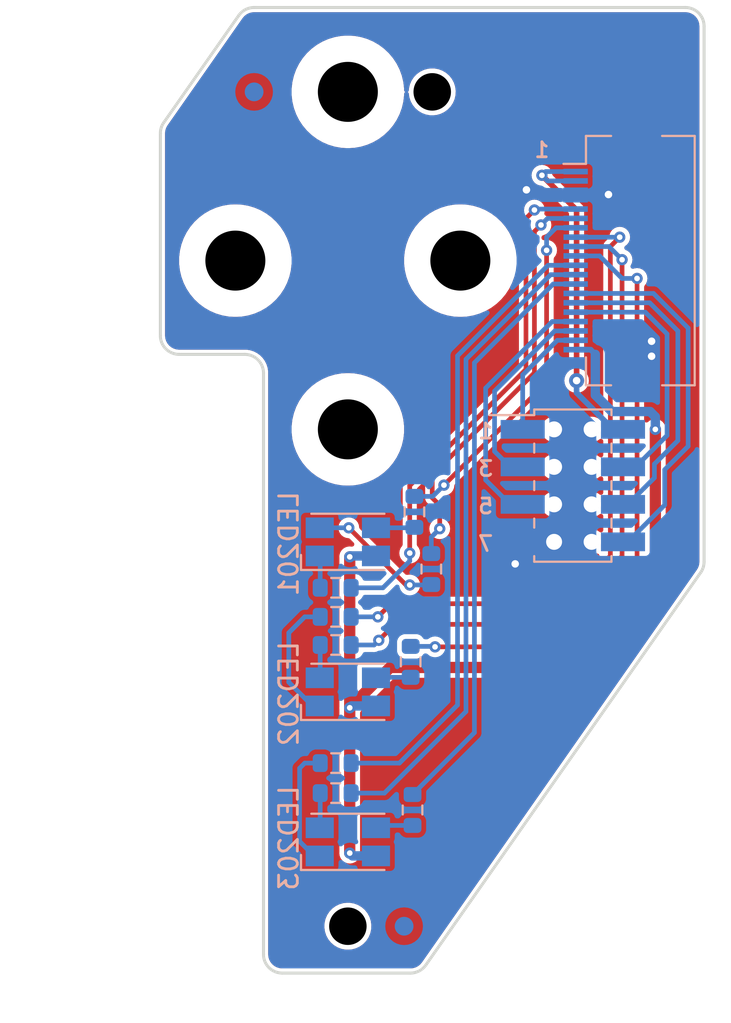
<source format=kicad_pcb>
(kicad_pcb (version 20221018) (generator pcbnew)
  (layers (0 "F.Cu" signal) (1 "In1.Cu" power "In1.Cu-ground") (2 "In2.Cu" signal "In2.Cu-routing") (3 "In3.Cu" signal "In3.Curouting") (4 "In4.Cu" power "In4.Cu-power") (31 "B.Cu" signal) (34 "B.Paste" user) (35 "F.Paste" user) (36 "B.SilkS" user "B.Silkscreen") (37 "F.SilkS" user "F.Silkscreen") (38 "B.Mask" user) (39 "F.Mask" user) (44 "Edge.Cuts" user))
  (net 0 "")
  (net 1 "GND")
  (net 2 "+3V3")
  (net 3 "/SHDNZ")
  (net 4 "/SDOUT")
  (net 5 "/SCL")
  (net 6 "/BCLK")
  (net 7 "/SDA")
  (net 8 "/FSYNC")
  (net 9 "Net-(LED201-RK)")
  (net 10 "Net-(LED201-BK)")
  (net 11 "Net-(LED201-GK)")
  (net 12 "Net-(LED202-RK)")
  (net 13 "Net-(LED202-BK)")
  (net 14 "Net-(LED202-GK)")
  (net 15 "Net-(LED203-RK)")
  (net 16 "Net-(LED203-BK)")
  (net 17 "Net-(LED203-GK)")
  (net 18 "/LED1_B")
  (net 19 "/LED1_G")
  (net 20 "/LED1_R")
  (net 21 "/LED2_B")
  (net 22 "/LED3_B")
  (net 23 "/LED2_G")
  (net 24 "/LED3_G")
  (net 25 "/LED2_R")
  (net 26 "/LED3_R")
  (net 27 "+5V")
  (footprint "jeffmakes-footprints:MountingHole_2.0mm" (layer "F.Cu") (at 4.5 -9)
    (fp_text reference "H205" hide)
    (fp_text value "MountingHole")
    (pad "" np_thru_hole circle locked (at 0 0) (size 2 2) (drill 2) (layers *.Mask))
  )
  (footprint "jeffmakes-footprints:MountingHole_2.0mm" (layer "F.Cu") (at 0 35.5)
    (fp_text reference "H206" hide)
    (fp_text value "MountingHole")
    (pad "" np_thru_hole circle locked (at 0 0) (size 2 2) (drill 2) (layers *.Mask))
  )
  (footprint "jeffmakes-footprints:MountingHole_3.2mm_M3_DIN965_no_soldermask" (layer "F.Cu") (at 0 9)
    (fp_text reference "H204" hide)
    (fp_text value "MountingHole_3.2mm_M3_DIN965")
    (pad "" np_thru_hole circle locked (at 0 0) (size 5.5 5.5) (drill 3.2) (layers *.Mask) (clearance 1.4))
  )
  (footprint "jeffmakes-footprints:MountingHole_3.2mm_M3_DIN965_no_soldermask" (layer "F.Cu") (at 6 0)
    (fp_text reference "H201" hide)
    (fp_text value "MountingHole_3.2mm_M3_DIN965")
    (pad "" np_thru_hole circle locked (at 0 0) (size 5.5 5.5) (drill 3.2) (layers *.Mask) (clearance 1.4))
  )
  (footprint "jeffmakes-footprints:MountingHole_3.2mm_M3_DIN965_no_soldermask" (layer "F.Cu") (at 0 -9)
    (fp_text reference "H203" hide)
    (fp_text value "MountingHole_3.2mm_M3_DIN965")
    (pad "" np_thru_hole circle locked (at 0 0) (size 5.5 5.5) (drill 3.2) (layers *.Mask) (clearance 1.4))
  )
  (footprint "jeffmakes-footprints:MountingHole_3.2mm_M3_DIN965_no_soldermask" (layer "F.Cu") (at -6 0)
    (fp_text reference "H202" hide)
    (fp_text value "MountingHole_3.2mm_M3_DIN965")
    (pad "" np_thru_hole circle locked (at 0 0) (size 5.5 5.5) (drill 3.2) (layers *.Mask) (clearance 1.4))
  )
  (footprint "Resistor_SMD:R_0603_1608Metric" (layer "B.Cu") (at -0.65 28.4 180)
    (fp_text reference "R206" hide)
    (fp_text value "39k")
    (fp_line (start -0.237258 -0.5225) (end 0.237258 -0.5225) (stroke (width 0.12)) (layer "B.SilkS"))
    (fp_line (start -0.237258 0.5225) (end 0.237258 0.5225) (stroke (width 0.12)) (layer "B.SilkS"))
    (pad "1" smd roundrect (at -0.825 0 180) (size 0.8 0.95) (layers "B.Cu" "B.Paste" "B.Mask") (net 24 "/LED3_G"))
    (pad "2" smd roundrect (at 0.825 0 180) (size 0.8 0.95) (layers "B.Cu" "B.Paste" "B.Mask") (net 17 "Net-(LED203-GK)"))
  )
  (footprint "Fiducial:Fiducial_1mm_Mask2mm" (layer "B.Cu") (at -5 -9)
    (fp_text reference "FID1" hide)
    (fp_text value "Fiducial" hide)
    (pad "" smd circle (at 0 0) (size 1 1) (layers "B.Cu" "B.Mask") (clearance 0.5))
  )
  (footprint "Fiducial:Fiducial_1mm_Mask2mm" (layer "B.Cu") (at 3 35.5)
    (fp_text reference "FID2" hide)
    (fp_text value "Fiducial" hide)
    (pad "" smd circle (at 0 0) (size 1 1) (layers "B.Cu" "B.Mask") (clearance 0.5))
  )
  (footprint "Resistor_SMD:R_0603_1608Metric" (layer "B.Cu") (at 3.45 29.3 -90)
    (fp_text reference "R203" hide)
    (fp_text value "22k")
    (fp_line (start -0.237258 -0.5225) (end 0.237258 -0.5225) (stroke (width 0.12)) (layer "B.SilkS"))
    (fp_line (start -0.237258 0.5225) (end 0.237258 0.5225) (stroke (width 0.12)) (layer "B.SilkS"))
    (pad "1" smd roundrect (at -0.825 0 270) (size 0.8 0.95) (layers "B.Cu" "B.Paste" "B.Mask") (net 22 "/LED3_B"))
    (pad "2" smd roundrect (at 0.825 0 270) (size 0.8 0.95) (layers "B.Cu" "B.Paste" "B.Mask") (net 16 "Net-(LED203-BK)"))
  )
  (footprint "Resistor_SMD:R_0603_1608Metric" (layer "B.Cu") (at -0.65 26.8 180)
    (fp_text reference "R209" hide)
    (fp_text value "10k")
    (fp_line (start -0.237258 -0.5225) (end 0.237258 -0.5225) (stroke (width 0.12)) (layer "B.SilkS"))
    (fp_line (start -0.237258 0.5225) (end 0.237258 0.5225) (stroke (width 0.12)) (layer "B.SilkS"))
    (pad "1" smd roundrect (at -0.825 0 180) (size 0.8 0.95) (layers "B.Cu" "B.Paste" "B.Mask") (net 26 "/LED3_R"))
    (pad "2" smd roundrect (at 0.825 0 180) (size 0.8 0.95) (layers "B.Cu" "B.Paste" "B.Mask") (net 15 "Net-(LED203-RK)"))
  )
  (footprint "LED_SMD:LED_Avago_PLCC4_3.2x2.8mm_CW" (layer "B.Cu") (at 0 31)
    (fp_text reference "LED203" (at -3.15 -0.2 90) (layer "B.SilkS") (effects (justify mirror)))
    (fp_text value "IN-P32TATRGB")
    (fp_line (start -2.500044 1.5) (end 1.95 1.5) (stroke (width 0.12)) (layer "B.SilkS"))
    (fp_line (start -2.5 0.7) (end -2.5 1.5) (stroke (width 0.12)) (layer "B.SilkS"))
    (fp_line (start -1.95 -1.5) (end 1.95 -1.5) (stroke (width 0.12)) (layer "B.SilkS"))
    (pad "1" smd rect locked (at -1.5 0.75) (size 1.5 1.1) (layers "B.Cu" "B.Paste" "B.Mask") (net 15 "Net-(LED203-RK)"))
    (pad "2" smd rect locked (at 1.5 0.75) (size 1.5 1.1) (layers "B.Cu" "B.Paste" "B.Mask") (net 27 "+5V"))
    (pad "3" smd rect locked (at 1.5 -0.75) (size 1.5 1.1) (layers "B.Cu" "B.Paste" "B.Mask") (net 16 "Net-(LED203-BK)"))
    (pad "4" smd rect locked (at -1.5 -0.75) (size 1.5 1.1) (layers "B.Cu" "B.Paste" "B.Mask") (net 17 "Net-(LED203-GK)"))
  )
  (footprint "jeffmakes-footprints:PinSocket_2x04_P2.00mm_Vertical_SMD_Bottom_or_Top_Entry_AMPMODU" (layer "B.Cu") (at 12 12 180)
    (fp_text reference "J201" hide)
    (fp_text value "2314844-8")
    (fp_line (start -2.06 -4.06) (end 2.06 -4.06) (stroke (width 0.12)) (layer "B.SilkS"))
    (fp_line (start -2.06 -3.76) (end -2.06 -4.06) (stroke (width 0.12)) (layer "B.SilkS"))
    (fp_line (start -2.06 -1.76) (end -2.06 -2.24) (stroke (width 0.12)) (layer "B.SilkS"))
    (fp_line (start -2.06 0.24) (end -2.06 -0.24) (stroke (width 0.12)) (layer "B.SilkS"))
    (fp_line (start -2.06 2.24) (end -2.06 1.76) (stroke (width 0.12)) (layer "B.SilkS"))
    (fp_line (start -2.06 4.06) (end -2.06 3.76) (stroke (width 0.12)) (layer "B.SilkS"))
    (fp_line (start -2.06 4.06) (end 2.06 4.06) (stroke (width 0.12)) (layer "B.SilkS"))
    (fp_line (start 2.06 -3.76) (end 2.06 -4.06) (stroke (width 0.12)) (layer "B.SilkS"))
    (fp_line (start 2.06 -1.76) (end 2.06 -2.24) (stroke (width 0.12)) (layer "B.SilkS"))
    (fp_line (start 2.06 0.24) (end 2.06 -0.24) (stroke (width 0.12)) (layer "B.SilkS"))
    (fp_line (start 2.06 2.24) (end 2.06 1.76) (stroke (width 0.12)) (layer "B.SilkS"))
    (fp_line (start 2.06 3.76) (end 4.44 3.76) (stroke (width 0.12)) (layer "B.SilkS"))
    (fp_line (start 2.06 4.06) (end 2.06 3.76) (stroke (width 0.12)) (layer "B.SilkS"))
    (pad "" np_thru_hole circle (at -1 -3 180) (size 0.85 0.85) (drill 0.85) (layers F&B.Cu *.Mask))
    (pad "" np_thru_hole circle (at -1 -1 180) (size 0.85 0.85) (drill 0.85) (layers F&B.Cu *.Mask))
    (pad "" np_thru_hole circle (at -1 1 180) (size 0.85 0.85) (drill 0.85) (layers F&B.Cu *.Mask))
    (pad "" np_thru_hole circle (at -1 3 180) (size 0.85 0.85) (drill 0.85) (layers F&B.Cu *.Mask))
    (pad "" np_thru_hole circle (at 1 -3 180) (size 0.85 0.85) (drill 0.85) (layers F&B.Cu *.Mask))
    (pad "" np_thru_hole circle (at 1 -1 180) (size 0.85 0.85) (drill 0.85) (layers F&B.Cu *.Mask))
    (pad "" np_thru_hole circle (at 1 1 180) (size 0.85 0.85) (drill 0.85) (layers F&B.Cu *.Mask))
    (pad "" np_thru_hole circle (at 1 3 180) (size 0.85 0.85) (drill 0.85) (layers F&B.Cu *.Mask))
    (pad "1" smd rect (at 2.675 3 180) (size 2.35 1) (layers "B.Cu" "B.Paste" "B.Mask") (net 3 "/SHDNZ"))
    (pad "2" smd rect (at -2.675 3 180) (size 2.35 1) (layers "B.Cu" "B.Paste" "B.Mask") (net 2 "+3V3"))
    (pad "3" smd rect (at 2.675 1 180) (size 2.35 1) (layers "B.Cu" "B.Paste" "B.Mask") (net 5 "/SCL"))
    (pad "4" smd rect (at -2.675 1 180) (size 2.35 1) (layers "B.Cu" "B.Paste" "B.Mask") (net 8 "/FSYNC"))
    (pad "5" smd rect (at 2.675 -1 180) (size 2.35 1) (layers "B.Cu" "B.Paste" "B.Mask") (net 7 "/SDA"))
    (pad "6" smd rect (at -2.675 -1 180) (size 2.35 1) (layers "B.Cu" "B.Paste" "B.Mask") (net 6 "/BCLK"))
    (pad "7" smd rect (at 2.675 -3 180) (size 2.35 1) (layers "B.Cu" "B.Paste" "B.Mask") (net 1 "GND"))
    (pad "8" smd rect (at -2.675 -3 180) (size 2.35 1) (layers "B.Cu" "B.Paste" "B.Mask") (net 4 "/SDOUT"))
  )
  (footprint "Resistor_SMD:R_0603_1608Metric" (layer "B.Cu") (at 3.55 13.4 -90)
    (fp_text reference "R201" hide)
    (fp_text value "22k")
    (fp_line (start -0.237258 -0.5225) (end 0.237258 -0.5225) (stroke (width 0.12)) (layer "B.SilkS"))
    (fp_line (start -0.237258 0.5225) (end 0.237258 0.5225) (stroke (width 0.12)) (layer "B.SilkS"))
    (pad "1" smd roundrect (at -0.825 0 270) (size 0.8 0.95) (layers "B.Cu" "B.Paste" "B.Mask") (net 18 "/LED1_B"))
    (pad "2" smd roundrect (at 0.825 0 270) (size 0.8 0.95) (layers "B.Cu" "B.Paste" "B.Mask") (net 10 "Net-(LED201-BK)"))
  )
  (footprint "LED_SMD:LED_Avago_PLCC4_3.2x2.8mm_CW" (layer "B.Cu") (at 0 23)
    (fp_text reference "LED202" (at -3.15 0.1 90) (layer "B.SilkS") (effects (justify mirror)))
    (fp_text value "IN-P32TATRGB")
    (fp_line (start -2.500044 1.5) (end 1.95 1.5) (stroke (width 0.12)) (layer "B.SilkS"))
    (fp_line (start -2.5 0.7) (end -2.5 1.5) (stroke (width 0.12)) (layer "B.SilkS"))
    (fp_line (start -1.95 -1.5) (end 1.95 -1.5) (stroke (width 0.12)) (layer "B.SilkS"))
    (pad "1" smd rect locked (at -1.5 0.75) (size 1.5 1.1) (layers "B.Cu" "B.Paste" "B.Mask") (net 12 "Net-(LED202-RK)"))
    (pad "2" smd rect locked (at 1.5 0.75) (size 1.5 1.1) (layers "B.Cu" "B.Paste" "B.Mask") (net 27 "+5V"))
    (pad "3" smd rect locked (at 1.5 -0.75) (size 1.5 1.1) (layers "B.Cu" "B.Paste" "B.Mask") (net 13 "Net-(LED202-BK)"))
    (pad "4" smd rect locked (at -1.5 -0.75) (size 1.5 1.1) (layers "B.Cu" "B.Paste" "B.Mask") (net 14 "Net-(LED202-GK)"))
  )
  (footprint "Resistor_SMD:R_0603_1608Metric" (layer "B.Cu") (at -0.65 20.5 180)
    (fp_text reference "R205" hide)
    (fp_text value "39k")
    (fp_line (start -0.237258 -0.5225) (end 0.237258 -0.5225) (stroke (width 0.12)) (layer "B.SilkS"))
    (fp_line (start -0.237258 0.5225) (end 0.237258 0.5225) (stroke (width 0.12)) (layer "B.SilkS"))
    (pad "1" smd roundrect (at -0.825 0 180) (size 0.8 0.95) (layers "B.Cu" "B.Paste" "B.Mask") (net 23 "/LED2_G"))
    (pad "2" smd roundrect (at 0.825 0 180) (size 0.8 0.95) (layers "B.Cu" "B.Paste" "B.Mask") (net 14 "Net-(LED202-GK)"))
  )
  (footprint "Resistor_SMD:R_0603_1608Metric" (layer "B.Cu") (at 3.35 21.4 -90)
    (fp_text reference "R202" hide)
    (fp_text value "22k")
    (fp_line (start -0.237258 -0.5225) (end 0.237258 -0.5225) (stroke (width 0.12)) (layer "B.SilkS"))
    (fp_line (start -0.237258 0.5225) (end 0.237258 0.5225) (stroke (width 0.12)) (layer "B.SilkS"))
    (pad "1" smd roundrect (at -0.825 0 270) (size 0.8 0.95) (layers "B.Cu" "B.Paste" "B.Mask") (net 21 "/LED2_B"))
    (pad "2" smd roundrect (at 0.825 0 270) (size 0.8 0.95) (layers "B.Cu" "B.Paste" "B.Mask") (net 13 "Net-(LED202-BK)"))
  )
  (footprint "LED_SMD:LED_Avago_PLCC4_3.2x2.8mm_CW" (layer "B.Cu") (at 0 15)
    (fp_text reference "LED201" (at -3.15 0.1 90) (layer "B.SilkS") (effects (justify mirror)))
    (fp_text value "IN-P32TATRGB")
    (fp_line (start -2.500044 1.5) (end 1.95 1.5) (stroke (width 0.12)) (layer "B.SilkS"))
    (fp_line (start -2.5 0.7) (end -2.5 1.5) (stroke (width 0.12)) (layer "B.SilkS"))
    (fp_line (start -1.95 -1.5) (end 1.95 -1.5) (stroke (width 0.12)) (layer "B.SilkS"))
    (pad "1" smd rect locked (at -1.5 0.75) (size 1.5 1.1) (layers "B.Cu" "B.Paste" "B.Mask") (net 9 "Net-(LED201-RK)"))
    (pad "2" smd rect locked (at 1.5 0.75) (size 1.5 1.1) (layers "B.Cu" "B.Paste" "B.Mask") (net 27 "+5V"))
    (pad "3" smd rect locked (at 1.5 -0.75) (size 1.5 1.1) (layers "B.Cu" "B.Paste" "B.Mask") (net 10 "Net-(LED201-BK)"))
    (pad "4" smd rect locked (at -1.5 -0.75) (size 1.5 1.1) (layers "B.Cu" "B.Paste" "B.Mask") (net 11 "Net-(LED201-GK)"))
  )
  (footprint "Resistor_SMD:R_0603_1608Metric" (layer "B.Cu") (at -0.65 19 180)
    (fp_text reference "R208" hide)
    (fp_text value "10k")
    (fp_line (start -0.237258 -0.5225) (end 0.237258 -0.5225) (stroke (width 0.12)) (layer "B.SilkS"))
    (fp_line (start -0.237258 0.5225) (end 0.237258 0.5225) (stroke (width 0.12)) (layer "B.SilkS"))
    (pad "1" smd roundrect (at -0.825 0 180) (size 0.8 0.95) (layers "B.Cu" "B.Paste" "B.Mask") (net 25 "/LED2_R"))
    (pad "2" smd roundrect (at 0.825 0 180) (size 0.8 0.95) (layers "B.Cu" "B.Paste" "B.Mask") (net 12 "Net-(LED202-RK)"))
  )
  (footprint "Resistor_SMD:R_0603_1608Metric" (layer "B.Cu") (at 4.45 16.45 -90)
    (fp_text reference "R204" hide)
    (fp_text value "39k")
    (fp_line (start -0.237258 -0.5225) (end 0.237258 -0.5225) (stroke (width 0.12)) (layer "B.SilkS"))
    (fp_line (start -0.237258 0.5225) (end 0.237258 0.5225) (stroke (width 0.12)) (layer "B.SilkS"))
    (pad "1" smd roundrect (at -0.825 0 270) (size 0.8 0.95) (layers "B.Cu" "B.Paste" "B.Mask") (net 19 "/LED1_G"))
    (pad "2" smd roundrect (at 0.825 0 270) (size 0.8 0.95) (layers "B.Cu" "B.Paste" "B.Mask") (net 11 "Net-(LED201-GK)"))
  )
  (footprint "Resistor_SMD:R_0603_1608Metric" (layer "B.Cu") (at -0.65 17.45 180)
    (fp_text reference "R207" hide)
    (fp_text value "10k")
    (fp_line (start -0.237258 -0.5225) (end 0.237258 -0.5225) (stroke (width 0.12)) (layer "B.SilkS"))
    (fp_line (start -0.237258 0.5225) (end 0.237258 0.5225) (stroke (width 0.12)) (layer "B.SilkS"))
    (pad "1" smd roundrect (at -0.825 0 180) (size 0.8 0.95) (layers "B.Cu" "B.Paste" "B.Mask") (net 20 "/LED1_R"))
    (pad "2" smd roundrect (at 0.825 0 180) (size 0.8 0.95) (layers "B.Cu" "B.Paste" "B.Mask") (net 9 "Net-(LED201-RK)"))
  )
  (footprint "Connector_FFC-FPC:Hirose_FH12-20S-0.5SH_1x20-1MP_P0.50mm_Horizontal" (layer "B.Cu") (at 14 0 -90)
    (fp_text reference "J202" hide)
    (fp_text value "FH12A-20S-0.5SH")
    (fp_line (start -6.65 -4.5) (end 6.65 -4.5) (stroke (width 0.12)) (layer "B.SilkS"))
    (fp_line (start -6.65 -2.76) (end -6.65 -4.5) (stroke (width 0.12)) (layer "B.SilkS"))
    (fp_line (start -6.65 1.3) (end -6.65 -0.04) (stroke (width 0.12)) (layer "B.SilkS"))
    (fp_line (start -5.16 1.3) (end -6.65 1.3) (stroke (width 0.12)) (layer "B.SilkS"))
    (fp_line (start -5.16 1.3) (end -5.16 2.5) (stroke (width 0.12)) (layer "B.SilkS"))
    (fp_line (start 5.16 1.3) (end 6.65 1.3) (stroke (width 0.12)) (layer "B.SilkS"))
    (fp_line (start 6.65 -4.5) (end 6.65 -2.76) (stroke (width 0.12)) (layer "B.SilkS"))
    (fp_line (start 6.65 1.3) (end 6.65 -0.04) (stroke (width 0.12)) (layer "B.SilkS"))
    (pad "1" smd rect (at -4.75 1.85 270) (size 0.3 1.3) (layers "B.Cu" "B.Paste" "B.Mask") (net 2 "+3V3"))
    (pad "2" smd rect (at -4.25 1.85 270) (size 0.3 1.3) (layers "B.Cu" "B.Paste" "B.Mask") (net 2 "+3V3"))
    (pad "3" smd rect (at -3.75 1.85 270) (size 0.3 1.3) (layers "B.Cu" "B.Paste" "B.Mask") (net 1 "GND"))
    (pad "4" smd rect (at -3.25 1.85 270) (size 0.3 1.3) (layers "B.Cu" "B.Paste" "B.Mask") (net 1 "GND"))
    (pad "5" smd rect (at -2.75 1.85 270) (size 0.3 1.3) (layers "B.Cu" "B.Paste" "B.Mask") (net 20 "/LED1_R"))
    (pad "6" smd rect (at -2.25 1.85 270) (size 0.3 1.3) (layers "B.Cu" "B.Paste" "B.Mask") (net 19 "/LED1_G"))
    (pad "7" smd rect (at -1.75 1.85 270) (size 0.3 1.3) (layers "B.Cu" "B.Paste" "B.Mask") (net 18 "/LED1_B"))
    (pad "8" smd rect (at -1.25 1.85 270) (size 0.3 1.3) (layers "B.Cu" "B.Paste" "B.Mask") (net 25 "/LED2_R"))
    (pad "9" smd rect (at -0.75 1.85 270) (size 0.3 1.3) (layers "B.Cu" "B.Paste" "B.Mask") (net 23 "/LED2_G"))
    (pad "10" smd rect (at -0.25 1.85 270) (size 0.3 1.3) (layers "B.Cu" "B.Paste" "B.Mask") (net 21 "/LED2_B"))
    (pad "11" smd rect (at 0.25 1.85 270) (size 0.3 1.3) (layers "B.Cu" "B.Paste" "B.Mask") (net 26 "/LED3_R"))
    (pad "12" smd rect (at 0.75 1.85 270) (size 0.3 1.3) (layers "B.Cu" "B.Paste" "B.Mask") (net 24 "/LED3_G"))
    (pad "13" smd rect (at 1.25 1.85 270) (size 0.3 1.3) (layers "B.Cu" "B.Paste" "B.Mask") (net 22 "/LED3_B"))
    (pad "14" smd rect (at 1.75 1.85 270) (size 0.3 1.3) (layers "B.Cu" "B.Paste" "B.Mask") (net 4 "/SDOUT"))
    (pad "15" smd rect (at 2.25 1.85 270) (size 0.3 1.3) (layers "B.Cu" "B.Paste" "B.Mask") (net 6 "/BCLK"))
    (pad "16" smd rect (at 2.75 1.85 270) (size 0.3 1.3) (layers "B.Cu" "B.Paste" "B.Mask") (net 8 "/FSYNC"))
    (pad "17" smd rect (at 3.25 1.85 270) (size 0.3 1.3) (layers "B.Cu" "B.Paste" "B.Mask") (net 7 "/SDA"))
    (pad "18" smd rect (at 3.75 1.85 270) (size 0.3 1.3) (layers "B.Cu" "B.Paste" "B.Mask") (net 5 "/SCL"))
    (pad "19" smd rect (at 4.25 1.85 270) (size 0.3 1.3) (layers "B.Cu" "B.Paste" "B.Mask") (net 3 "/SHDNZ"))
    (pad "20" smd rect (at 4.75 1.85 270) (size 0.3 1.3) (layers "B.Cu" "B.Paste" "B.Mask") (net 27 "+5V"))
    (pad "MP" smd rect (at -6.65 -1.4 270) (size 1.8 2.2) (layers "B.Cu" "B.Paste" "B.Mask") (net 1 "GND"))
    (pad "MP" smd rect (at 6.65 -1.4 270) (size 1.8 2.2) (layers "B.Cu" "B.Paste" "B.Mask") (net 1 "GND"))
  )
  (gr_arc (start 19.000118 16.059434) (mid 18.953699 16.360155) (end 18.819 16.633) (stroke (width 0.16)) (layer "Edge.Cuts"))
  (gr_arc (start 4.156152 37.573576) (mid 3.798749 37.887011) (end 3.337 38) (stroke (width 0.16)) (layer "Edge.Cuts"))
  (gr_line (start -4.5 37) (end -4.5 6) (stroke (width 0.16)) (layer "Edge.Cuts"))
  (gr_arc (start 17.999315 -13.499999) (mid 18.707158 -13.207642) (end 19 -12.5) (stroke (width 0.16)) (layer "Edge.Cuts"))
  (gr_line (start -5 -13.5) (end 18 -13.5) (stroke (width 0.16)) (layer "Edge.Cuts"))
  (gr_arc (start -9.999938 -6.787861) (mid -9.953653 -7.088855) (end -9.819 -7.362) (stroke (width 0.16)) (layer "Edge.Cuts"))
  (gr_line (start -9.819 -7.362) (end -5.82 -13.073) (stroke (width 0.16)) (layer "Edge.Cuts"))
  (gr_line (start 19 -12.5) (end 19 16.059) (stroke (width 0.16)) (layer "Edge.Cuts"))
  (gr_line (start 3.337 38) (end -3.5 38) (stroke (width 0.16)) (layer "Edge.Cuts"))
  (gr_arc (start -3.5 38) (mid -4.207107 37.707107) (end -4.5 37) (stroke (width 0.16)) (layer "Edge.Cuts"))
  (gr_line (start -5.5 5) (end -9 5) (stroke (width 0.16)) (layer "Edge.Cuts"))
  (gr_arc (start -8.999747 5) (mid -9.706725 4.706904) (end -10 4) (stroke (width 0.16)) (layer "Edge.Cuts"))
  (gr_arc (start -5.819971 -13.07315) (mid -5.46221 -13.386898) (end -5 -13.5) (stroke (width 0.16)) (layer "Edge.Cuts"))
  (gr_line (start 18.819 16.633) (end 4.156 37.574) (stroke (width 0.16)) (layer "Edge.Cuts"))
  (gr_arc (start -5.5 5) (mid -4.792893 5.292893) (end -4.5 6) (stroke (width 0.16)) (layer "Edge.Cuts"))
  (gr_line (start -10 4) (end -10 -6.788) (stroke (width 0.16)) (layer "Edge.Cuts"))
  (gr_text "1" (at 10.35 -5.9) (layer "B.SilkS") (effects (font (size 0.8 0.8)) (justify mirror)))
  (gr_text "7" (at 7.35 15.1) (layer "B.SilkS") (effects (font (size 0.8 0.8)) (justify mirror)))
  (gr_text "3\n" (at 7.35 11.1) (layer "B.SilkS") (effects (font (size 0.8 0.8)) (justify mirror)))
  (gr_text "1" (at 7.35 9.1) (layer "B.SilkS") (effects (font (size 0.8 0.8)) (justify mirror)))
  (gr_text "5" (at 7.35 13.1) (layer "B.SilkS") (effects (font (size 0.8 0.8)) (justify mirror)))
  (via (at 9.525 -3.775) (size 0.8) (drill 0.4) (layers "F.Cu" "B.Cu") (net 1))
  (via (at 16.2 5.1) (size 0.8) (drill 0.4) (layers "F.Cu" "B.Cu") (net 1))
  (via (at 16.2 4.3) (size 0.8) (drill 0.4) (layers "F.Cu" "B.Cu") (net 1))
  (via (at 13.9 -3.525) (size 0.8) (drill 0.4) (layers "F.Cu" "B.Cu") (net 1))
  (via (at 8.925 16.175) (size 0.8) (drill 0.4) (layers "F.Cu" "B.Cu") (net 1))
  (segment (start 12.2 -2.7) (end 10.35 -4.55) (width 0.3) (layer "F.Cu") (net 2))
  (segment (start 12.2 6.4) (end 12.2 -2.7) (width 0.3) (layer "F.Cu") (net 2))
  (via (at 10.35 -4.55) (size 0.6) (drill 0.3) (layers "F.Cu" "B.Cu") (net 2))
  (via (at 12.2 6.4) (size 0.8) (drill 0.4) (layers "F.Cu" "B.Cu") (net 2))
  (segment (start 14.675 9) (end 14.15 9) (width 0.3) (layer "B.Cu") (net 2))
  (segment (start 12.2 7.05) (end 12.2 6.4) (width 0.3) (layer "B.Cu") (net 2))
  (segment (start 10.649999 -4.250001) (end 10.35 -4.55) (width 0.25) (layer "B.Cu") (net 2))
  (segment (start 14.15 9) (end 12.2 7.05) (width 0.3) (layer "B.Cu") (net 2))
  (segment (start 12.15 -4.75) (end 10.55 -4.75) (width 0.25) (layer "B.Cu") (net 2))
  (segment (start 11 -4.25) (end 10.649999 -4.250001) (width 0.25) (layer "B.Cu") (net 2))
  (segment (start 10.55 -4.75) (end 10.35 -4.55) (width 0.25) (layer "B.Cu") (net 2))
  (segment (start 12.15 -4.25) (end 11 -4.25) (width 0.25) (layer "B.Cu") (net 2))
  (segment (start 11.17282 4.25) (end 12.15 4.25) (width 0.25) (layer "B.Cu") (net 3))
  (segment (start 9.325 9) (end 9.325 6.09782) (width 0.25) (layer "B.Cu") (net 3))
  (segment (start 9.325 6.09782) (end 11.17282 4.25) (width 0.25) (layer "B.Cu") (net 3))
  (segment (start 16.3 1.75) (end 12.15 1.75) (width 0.25) (layer "B.Cu") (net 4))
  (segment (start 14.93412 15) (end 16.9 13.03412) (width 0.25) (layer "B.Cu") (net 4))
  (segment (start 18.15 9.9) (end 18.15 3.6) (width 0.25) (layer "B.Cu") (net 4))
  (segment (start 16.9 11.15) (end 18.15 9.9) (width 0.25) (layer "B.Cu") (net 4))
  (segment (start 16.9 13.03412) (end 16.9 11.15) (width 0.25) (layer "B.Cu") (net 4))
  (segment (start 18.15 3.6) (end 16.3 1.75) (width 0.25) (layer "B.Cu") (net 4))
  (segment (start 14.675 15) (end 14.93412 15) (width 0.25) (layer "B.Cu") (net 4))
  (segment (start 7.82499 6.96142) (end 11.03641 3.75) (width 0.25) (layer "B.Cu") (net 5))
  (segment (start 7.82499 10.17499) (end 7.82499 6.96142) (width 0.25) (layer "B.Cu") (net 5))
  (segment (start 9.325 11) (end 8.65 11) (width 0.25) (layer "B.Cu") (net 5))
  (segment (start 8.65 11) (end 7.82499 10.17499) (width 0.25) (layer "B.Cu") (net 5))
  (segment (start 11.03641 3.75) (end 12.15 3.75) (width 0.25) (layer "B.Cu") (net 5))
  (segment (start 16.35 11.58412) (end 16.35 10.85) (width 0.25) (layer "B.Cu") (net 6))
  (segment (start 14.675 13) (end 14.93412 13) (width 0.25) (layer "B.Cu") (net 6))
  (segment (start 16.1 2.25) (end 12.15 2.25) (width 0.25) (layer "B.Cu") (net 6))
  (segment (start 17.6 9.6) (end 17.6 3.75) (width 0.25) (layer "B.Cu") (net 6))
  (segment (start 14.93412 13) (end 16.35 11.58412) (width 0.25) (layer "B.Cu") (net 6))
  (segment (start 16.35 10.85) (end 17.6 9.6) (width 0.25) (layer "B.Cu") (net 6))
  (segment (start 17.6 3.75) (end 16.1 2.25) (width 0.25) (layer "B.Cu") (net 6))
  (segment (start 10.9 3.25) (end 12.15 3.25) (width 0.25) (layer "B.Cu") (net 7))
  (segment (start 7.350022 11.700022) (end 7.350022 6.799978) (width 0.25) (layer "B.Cu") (net 7))
  (segment (start 8.65 13) (end 7.350022 11.700022) (width 0.25) (layer "B.Cu") (net 7))
  (segment (start 7.350022 6.799978) (end 10.9 3.25) (width 0.25) (layer "B.Cu") (net 7))
  (segment (start 9.325 13) (end 8.65 13) (width 0.25) (layer "B.Cu") (net 7))
  (segment (start 15.8625 2.75) (end 12.15 2.75) (width 0.25) (layer "B.Cu") (net 8))
  (segment (start 15.35 11) (end 17.025001 9.324999) (width 0.25) (layer "B.Cu") (net 8))
  (segment (start 17.025001 3.912501) (end 15.8625 2.75) (width 0.25) (layer "B.Cu") (net 8))
  (segment (start 14.675 11) (end 15.35 11) (width 0.25) (layer "B.Cu") (net 8))
  (segment (start 17.025001 9.324999) (end 17.025001 3.912501) (width 0.25) (layer "B.Cu") (net 8))
  (segment (start -1.475 15.775) (end -1.5 15.75) (width 0.25) (layer "B.Cu") (net 9))
  (segment (start -1.475 17.45) (end -1.475 15.775) (width 0.25) (layer "B.Cu") (net 9))
  (segment (start 1.5 14.25) (end 3.525 14.25) (width 0.25) (layer "B.Cu") (net 10))
  (segment (start 3.525 14.25) (end 3.55 14.225) (width 0.25) (layer "B.Cu") (net 10))
  (segment (start 0.05 14.25) (end 3.1 17.3) (width 0.25) (layer "F.Cu") (net 11))
  (segment (start 3.1 17.3) (end 3.3 17.3) (width 0.25) (layer "F.Cu") (net 11))
  (via (at 0.05 14.25) (size 0.6) (drill 0.3) (layers "F.Cu" "B.Cu") (net 11))
  (via (at 3.3 17.3) (size 0.6) (drill 0.3) (layers "F.Cu" "B.Cu") (net 11))
  (segment (start -1.5 14.25) (end 0.05 14.25) (width 0.25) (layer "B.Cu") (net 11))
  (segment (start 3.3 17.3) (end 4.425 17.3) (width 0.25) (layer "B.Cu") (net 11))
  (segment (start 4.425 17.3) (end 4.45 17.275) (width 0.25) (layer "B.Cu") (net 11))
  (segment (start -3.15 22.485002) (end -1.885002 23.75) (width 0.25) (layer "B.Cu") (net 12))
  (segment (start -1.885002 23.75) (end -1.5 23.75) (width 0.25) (layer "B.Cu") (net 12))
  (segment (start -1.475 19) (end -2.3 19) (width 0.25) (layer "B.Cu") (net 12))
  (segment (start -3.15 19.85) (end -3.15 22.485002) (width 0.25) (layer "B.Cu") (net 12))
  (segment (start -2.3 19) (end -3.15 19.85) (width 0.25) (layer "B.Cu") (net 12))
  (segment (start 1.525 22.225) (end 1.5 22.25) (width 0.25) (layer "B.Cu") (net 13))
  (segment (start 3.35 22.225) (end 1.525 22.225) (width 0.25) (layer "B.Cu") (net 13))
  (segment (start -1.475 20.5) (end -1.475 22.225) (width 0.25) (layer "B.Cu") (net 14))
  (segment (start -1.475 22.225) (end -1.5 22.25) (width 0.25) (layer "B.Cu") (net 14))
  (segment (start -1.8 31.75) (end -2.575001 30.974999) (width 0.25) (layer "B.Cu") (net 15))
  (segment (start -2.3 26.8) (end -1.475 26.8) (width 0.25) (layer "B.Cu") (net 15))
  (segment (start -2.575001 30.974999) (end -2.575001 27.075001) (width 0.25) (layer "B.Cu") (net 15))
  (segment (start -2.575001 27.075001) (end -2.3 26.8) (width 0.25) (layer "B.Cu") (net 15))
  (segment (start -1.5 31.75) (end -1.8 31.75) (width 0.25) (layer "B.Cu") (net 15))
  (segment (start 1.6256 30.1244) (end 1.5 30.25) (width 0.25) (layer "B.Cu") (net 16))
  (segment (start 3.45 30.125) (end 3.4494 30.1244) (width 0.25) (layer "B.Cu") (net 16))
  (segment (start 3.4494 30.1244) (end 1.6256 30.1244) (width 0.25) (layer "B.Cu") (net 16))
  (segment (start -1.475 30.225) (end -1.5 30.25) (width 0.25) (layer "B.Cu") (net 17))
  (segment (start -1.475 28.4) (end -1.475 30.225) (width 0.25) (layer "B.Cu") (net 17))
  (segment (start 10.6 6.499408) (end 5.12501 11.974398) (width 0.25) (layer "F.Cu") (net 18))
  (segment (start 10.6 -0.55) (end 10.6 6.499408) (width 0.25) (layer "F.Cu") (net 18))
  (via (at 10.6 -0.55) (size 0.6) (drill 0.3) (layers "F.Cu" "B.Cu") (net 18))
  (via (at 5.12501 11.974398) (size 0.6) (drill 0.3) (layers "F.Cu" "B.Cu") (net 18))
  (segment (start 10.6 -1.25) (end 11.1 -1.75) (width 0.25) (layer "B.Cu") (net 18))
  (segment (start 10.6 -0.55) (end 10.6 -1.25) (width 0.25) (layer "B.Cu") (net 18))
  (segment (start 3.55 12.575) (end 4.524408 12.575) (width 0.25) (layer "B.Cu") (net 18))
  (segment (start 11.1 -1.75) (end 12.15 -1.75) (width 0.25) (layer "B.Cu") (net 18))
  (segment (start 4.524408 12.575) (end 5.12501 11.974398) (width 0.25) (layer "B.Cu") (net 18))
  (segment (start 4.9 14.3) (end 4.9 13.05) (width 0.25) (layer "F.Cu") (net 19))
  (segment (start 4.5 11.436411) (end 9.950011 5.9864) (width 0.25) (layer "F.Cu") (net 19))
  (segment (start 4.9 13.05) (end 4.5 12.65) (width 0.25) (layer "F.Cu") (net 19))
  (segment (start 4.5 12.65) (end 4.5 11.436411) (width 0.25) (layer "F.Cu") (net 19))
  (segment (start 9.950011 -1.550011) (end 10.3 -1.9) (width 0.25) (layer "F.Cu") (net 19))
  (segment (start 9.950011 5.9864) (end 9.950011 -1.550011) (width 0.25) (layer "F.Cu") (net 19))
  (via (at 4.9 14.3) (size 0.6) (drill 0.3) (layers "F.Cu" "B.Cu") (net 19))
  (via (at 10.3 -1.9) (size 0.6) (drill 0.3) (layers "F.Cu" "B.Cu") (net 19))
  (segment (start 4.45 14.75) (end 4.9 14.3) (width 0.25) (layer "B.Cu") (net 19))
  (segment (start 10.3 -1.9) (end 10.65 -2.25) (width 0.25) (layer "B.Cu") (net 19))
  (segment (start 10.65 -2.25) (end 12.15 -2.25) (width 0.25) (layer "B.Cu") (net 19))
  (segment (start 4.45 15.625) (end 4.45 14.75) (width 0.25) (layer "B.Cu") (net 19))
  (segment (start 9.5 5.8) (end 3.3 12) (width 0.25) (layer "F.Cu") (net 20))
  (segment (start 9.95 -2.7) (end 9.5 -2.25) (width 0.25) (layer "F.Cu") (net 20))
  (segment (start 3.3 12) (end 3.3 15.6) (width 0.25) (layer "F.Cu") (net 20))
  (segment (start 9.5 -2.25) (end 9.5 5.8) (width 0.25) (layer "F.Cu") (net 20))
  (via (at 9.95 -2.7) (size 0.6) (drill 0.3) (layers "F.Cu" "B.Cu") (net 20))
  (via (at 3.3 15.6) (size 0.6) (drill 0.3) (layers "F.Cu" "B.Cu") (net 20))
  (segment (start 3.3 16.024264) (end 3.3 15.6) (width 0.25) (layer "B.Cu") (net 20))
  (segment (start 1.874264 17.45) (end 3.3 16.024264) (width 0.25) (layer "B.Cu") (net 20))
  (segment (start 10 -2.75) (end 12.15 -2.75) (width 0.25) (layer "B.Cu") (net 20))
  (segment (start 9.95 -2.7) (end 10 -2.75) (width 0.25) (layer "B.Cu") (net 20))
  (segment (start 0.175 17.45) (end 1.874264 17.45) (width 0.25) (layer "B.Cu") (net 20))
  (segment (start 11.05 20.6) (end 15.42501 16.22499) (width 0.25) (layer "F.Cu") (net 21))
  (segment (start 15.42501 16.22499) (end 15.42501 0.95) (width 0.25) (layer "F.Cu") (net 21))
  (segment (start 4.65 20.6) (end 11.05 20.6) (width 0.25) (layer "F.Cu") (net 21))
  (via (at 15.42501 0.95) (size 0.6) (drill 0.3) (layers "F.Cu" "B.Cu") (net 21))
  (via (at 4.65 20.6) (size 0.6) (drill 0.3) (layers "F.Cu" "B.Cu") (net 21))
  (segment (start 4.625 20.575) (end 4.65 20.6) (width 0.25) (layer "B.Cu") (net 21))
  (segment (start 12.15 -0.25) (end 13.424998 -0.25) (width 0.25) (layer "B.Cu") (net 21))
  (segment (start 3.35 20.575) (end 4.625 20.575) (width 0.25) (layer "B.Cu") (net 21))
  (segment (start 14.624998 0.95) (end 15.42501 0.95) (width 0.25) (layer "B.Cu") (net 21))
  (segment (start 13.424998 -0.25) (end 14.624998 0.95) (width 0.25) (layer "B.Cu") (net 21))
  (segment (start 6.75 5.45) (end 10.95 1.25) (width 0.25) (layer "B.Cu") (net 22))
  (segment (start 10.95 1.25) (end 12.15 1.25) (width 0.25) (layer "B.Cu") (net 22))
  (segment (start 3.45 28.475) (end 6.75 25.175) (width 0.25) (layer "B.Cu") (net 22))
  (segment (start 6.75 25.175) (end 6.75 5.45) (width 0.25) (layer "B.Cu") (net 22))
  (segment (start 2.5 19.4) (end 10.98641 19.4) (width 0.25) (layer "F.Cu") (net 23))
  (segment (start 10.98641 19.4) (end 14.62501 15.7614) (width 0.25) (layer "F.Cu") (net 23))
  (segment (start 14.62501 15.7614) (end 14.62501 -0.05) (width 0.25) (layer "F.Cu") (net 23))
  (segment (start 1.65 20.25) (end 2.5 19.4) (width 0.25) (layer "F.Cu") (net 23))
  (via (at 14.62501 -0.05) (size 0.6) (drill 0.3) (layers "F.Cu" "B.Cu") (net 23))
  (via (at 1.65 20.25) (size 0.6) (drill 0.3) (layers "F.Cu" "B.Cu") (net 23))
  (segment (start 0.175 20.5) (end 1.4 20.5) (width 0.25) (layer "B.Cu") (net 23))
  (segment (start 12.15 -0.75) (end 13.92501 -0.75) (width 0.25) (layer "B.Cu") (net 23))
  (segment (start 1.4 20.5) (end 1.65 20.25) (width 0.25) (layer "B.Cu") (net 23))
  (segment (start 13.92501 -0.75) (end 14.62501 -0.05) (width 0.25) (layer "B.Cu") (net 23))
  (segment (start 1.95 28.4) (end 6.299989 24.050011) (width 0.25) (layer "B.Cu") (net 24))
  (segment (start 6.299989 24.050011) (end 6.299989 5.2636) (width 0.25) (layer "B.Cu") (net 24))
  (segment (start 10.813589 0.75) (end 12.15 0.75) (width 0.25) (layer "B.Cu") (net 24))
  (segment (start 6.299989 5.2636) (end 10.813589 0.75) (width 0.25) (layer "B.Cu") (net 24))
  (segment (start 0.175 28.4) (end 1.95 28.4) (width 0.25) (layer "B.Cu") (net 24))
  (segment (start 1.6 19) (end 2.3 18.3) (width 0.25) (layer "F.Cu") (net 25))
  (segment (start 14 15.75) (end 14 -0.75) (width 0.25) (layer "F.Cu") (net 25))
  (segment (start 14 -0.75) (end 14.5 -1.25) (width 0.25) (layer "F.Cu") (net 25))
  (segment (start 11.45 18.3) (end 14 15.75) (width 0.25) (layer "F.Cu") (net 25))
  (segment (start 2.3 18.3) (end 11.45 18.3) (width 0.25) (layer "F.Cu") (net 25))
  (via (at 14.5 -1.25) (size 0.6) (drill 0.3) (layers "F.Cu" "B.Cu") (net 25))
  (via (at 1.6 19) (size 0.6) (drill 0.3) (layers "F.Cu" "B.Cu") (net 25))
  (segment (start 14.5 -1.25) (end 12.15 -1.25) (width 0.25) (layer "B.Cu") (net 25))
  (segment (start 0.175 19) (end 1.6 19) (width 0.25) (layer "B.Cu") (net 25))
  (segment (start 2.75 26.8) (end 5.849978 23.700022) (width 0.25) (layer "B.Cu") (net 26))
  (segment (start 5.849978 23.700022) (end 5.849978 5.0772) (width 0.25) (layer "B.Cu") (net 26))
  (segment (start 10.677178 0.25) (end 12.15 0.25) (width 0.25) (layer "B.Cu") (net 26))
  (segment (start 5.849978 5.0772) (end 10.677178 0.25) (width 0.25) (layer "B.Cu") (net 26))
  (segment (start 0.175 26.8) (end 2.75 26.8) (width 0.25) (layer "B.Cu") (net 26))
  (segment (start 16.4 16.75) (end 16.4 9) (width 0.6) (layer "F.Cu") (net 27))
  (segment (start 2.25 21.7) (end 11.45 21.7) (width 0.6) (layer "F.Cu") (net 27))
  (segment (start 0.1 23.85) (end 2.25 21.7) (width 0.6) (layer "F.Cu") (net 27))
  (segment (start 0.1 31.6) (end 0.1 23.85) (width 0.6) (layer "F.Cu") (net 27))
  (segment (start 11.45 21.7) (end 16.4 16.75) (width 0.6) (layer "F.Cu") (net 27))
  (segment (start 0.1 23.85) (end 0.1 15.8) (width 0.6) (layer "F.Cu") (net 27))
  (via (at 0.1 23.85) (size 0.6) (drill 0.3) (layers "F.Cu" "B.Cu") (net 27))
  (via (at 0.1 15.8) (size 0.6) (drill 0.3) (layers "F.Cu" "B.Cu") (net 27))
  (via (at 0.1 31.6) (size 0.6) (drill 0.3) (layers "F.Cu" "B.Cu") (net 27))
  (via (at 16.4 9) (size 0.6) (drill 0.3) (layers "F.Cu" "B.Cu") (net 27))
  (segment (start 12.95 4.75) (end 13.2 5) (width 0.3) (layer "B.Cu") (net 27))
  (segment (start 0.2 23.75) (end 0.1 23.85) (width 0.5) (layer "B.Cu") (net 27))
  (segment (start 0.25 31.75) (end 0.1 31.6) (width 0.5) (layer "B.Cu") (net 27))
  (segment (start 12.15 4.75) (end 12.95 4.75) (width 0.3) (layer "B.Cu") (net 27))
  (segment (start 1.5 15.75) (end 0.15 15.75) (width 0.5) (layer "B.Cu") (net 27))
  (segment (start 1.5 31.75) (end 0.25 31.75) (width 0.5) (layer "B.Cu") (net 27))
  (segment (start 16.12002 8.05) (end 16.4 8.32998) (width 0.5) (layer "B.Cu") (net 27))
  (segment (start 13.2 5) (end 13.2 7.17002) (width 0.5) (layer "B.Cu") (net 27))
  (segment (start 1.5 23.75) (end 0.2 23.75) (width 0.5) (layer "B.Cu") (net 27))
  (segment (start 16.4 8.32998) (end 16.4 9) (width 0.5) (layer "B.Cu") (net 27))
  (segment (start 13.2 7.17002) (end 14.07998 8.05) (width 0.5) (layer "B.Cu") (net 27))
  (segment (start 14.07998 8.05) (end 16.12002 8.05) (width 0.5) (layer "B.Cu") (net 27))
  (segment (start 0.15 15.75) (end 0.1 15.8) (width 0.5) (layer "B.Cu") (net 27))
  (zone (net 1) (net_name "GND") (layers "F.Cu" "In1.Cu" "In2.Cu" "In3.Cu" "In4.Cu" "B.Cu") (connect_pads yes (clearance 0.25)) (min_thickness 0.254) (fill yes (thermal_gap 0.508) (thermal_bridge_width 0.508) (island_removal_mode 2) (island_area_min 40))
    (polygon (pts (xy 19.85 40.6704) (xy -10.65 40.6704) (xy -10.65 -13.9) (xy 19.85 -13.9)))
  )
)
</source>
